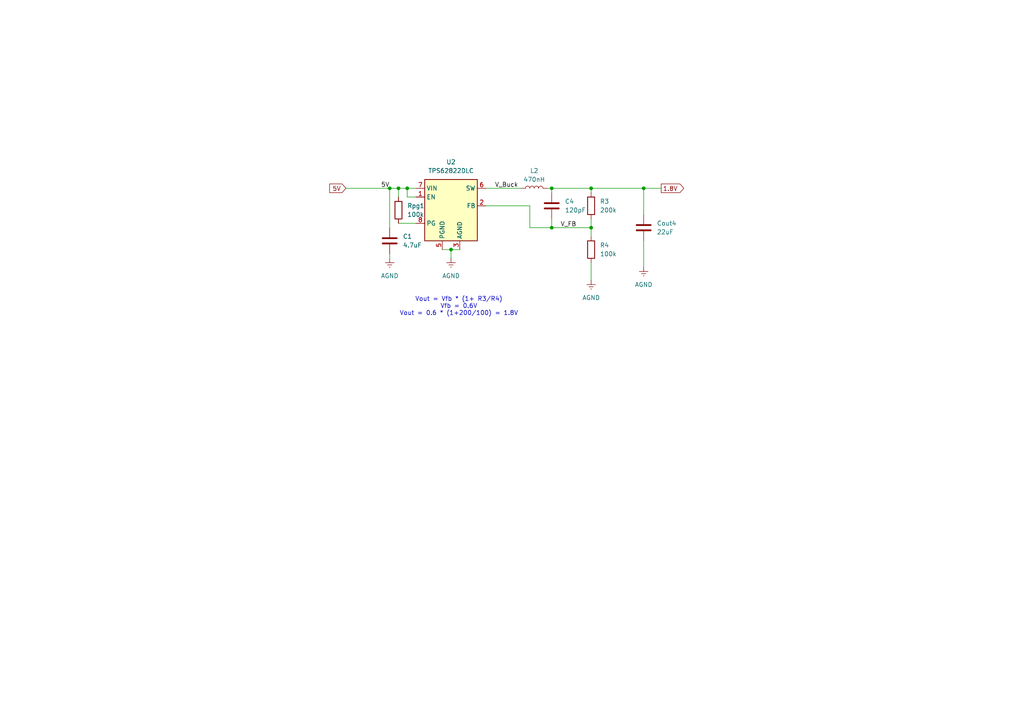
<source format=kicad_sch>
(kicad_sch
	(version 20231120)
	(generator "eeschema")
	(generator_version "8.0")
	(uuid "031ba4da-7723-47ed-b6e0-08502167aed6")
	(paper "A4")
	(title_block
		(company "Michael Meyers")
	)
	(lib_symbols
		(symbol "Device:C"
			(pin_numbers hide)
			(pin_names
				(offset 0.254)
			)
			(exclude_from_sim no)
			(in_bom yes)
			(on_board yes)
			(property "Reference" "C"
				(at 0.635 2.54 0)
				(effects
					(font
						(size 1.27 1.27)
					)
					(justify left)
				)
			)
			(property "Value" "C"
				(at 0.635 -2.54 0)
				(effects
					(font
						(size 1.27 1.27)
					)
					(justify left)
				)
			)
			(property "Footprint" ""
				(at 0.9652 -3.81 0)
				(effects
					(font
						(size 1.27 1.27)
					)
					(hide yes)
				)
			)
			(property "Datasheet" "~"
				(at 0 0 0)
				(effects
					(font
						(size 1.27 1.27)
					)
					(hide yes)
				)
			)
			(property "Description" "Unpolarized capacitor"
				(at 0 0 0)
				(effects
					(font
						(size 1.27 1.27)
					)
					(hide yes)
				)
			)
			(property "ki_keywords" "cap capacitor"
				(at 0 0 0)
				(effects
					(font
						(size 1.27 1.27)
					)
					(hide yes)
				)
			)
			(property "ki_fp_filters" "C_*"
				(at 0 0 0)
				(effects
					(font
						(size 1.27 1.27)
					)
					(hide yes)
				)
			)
			(symbol "C_0_1"
				(polyline
					(pts
						(xy -2.032 -0.762) (xy 2.032 -0.762)
					)
					(stroke
						(width 0.508)
						(type default)
					)
					(fill
						(type none)
					)
				)
				(polyline
					(pts
						(xy -2.032 0.762) (xy 2.032 0.762)
					)
					(stroke
						(width 0.508)
						(type default)
					)
					(fill
						(type none)
					)
				)
			)
			(symbol "C_1_1"
				(pin passive line
					(at 0 3.81 270)
					(length 2.794)
					(name "~"
						(effects
							(font
								(size 1.27 1.27)
							)
						)
					)
					(number "1"
						(effects
							(font
								(size 1.27 1.27)
							)
						)
					)
				)
				(pin passive line
					(at 0 -3.81 90)
					(length 2.794)
					(name "~"
						(effects
							(font
								(size 1.27 1.27)
							)
						)
					)
					(number "2"
						(effects
							(font
								(size 1.27 1.27)
							)
						)
					)
				)
			)
		)
		(symbol "Device:L"
			(pin_numbers hide)
			(pin_names
				(offset 1.016) hide)
			(exclude_from_sim no)
			(in_bom yes)
			(on_board yes)
			(property "Reference" "L"
				(at -1.27 0 90)
				(effects
					(font
						(size 1.27 1.27)
					)
				)
			)
			(property "Value" "L"
				(at 1.905 0 90)
				(effects
					(font
						(size 1.27 1.27)
					)
				)
			)
			(property "Footprint" ""
				(at 0 0 0)
				(effects
					(font
						(size 1.27 1.27)
					)
					(hide yes)
				)
			)
			(property "Datasheet" "~"
				(at 0 0 0)
				(effects
					(font
						(size 1.27 1.27)
					)
					(hide yes)
				)
			)
			(property "Description" "Inductor"
				(at 0 0 0)
				(effects
					(font
						(size 1.27 1.27)
					)
					(hide yes)
				)
			)
			(property "ki_keywords" "inductor choke coil reactor magnetic"
				(at 0 0 0)
				(effects
					(font
						(size 1.27 1.27)
					)
					(hide yes)
				)
			)
			(property "ki_fp_filters" "Choke_* *Coil* Inductor_* L_*"
				(at 0 0 0)
				(effects
					(font
						(size 1.27 1.27)
					)
					(hide yes)
				)
			)
			(symbol "L_0_1"
				(arc
					(start 0 -2.54)
					(mid 0.6323 -1.905)
					(end 0 -1.27)
					(stroke
						(width 0)
						(type default)
					)
					(fill
						(type none)
					)
				)
				(arc
					(start 0 -1.27)
					(mid 0.6323 -0.635)
					(end 0 0)
					(stroke
						(width 0)
						(type default)
					)
					(fill
						(type none)
					)
				)
				(arc
					(start 0 0)
					(mid 0.6323 0.635)
					(end 0 1.27)
					(stroke
						(width 0)
						(type default)
					)
					(fill
						(type none)
					)
				)
				(arc
					(start 0 1.27)
					(mid 0.6323 1.905)
					(end 0 2.54)
					(stroke
						(width 0)
						(type default)
					)
					(fill
						(type none)
					)
				)
			)
			(symbol "L_1_1"
				(pin passive line
					(at 0 3.81 270)
					(length 1.27)
					(name "1"
						(effects
							(font
								(size 1.27 1.27)
							)
						)
					)
					(number "1"
						(effects
							(font
								(size 1.27 1.27)
							)
						)
					)
				)
				(pin passive line
					(at 0 -3.81 90)
					(length 1.27)
					(name "2"
						(effects
							(font
								(size 1.27 1.27)
							)
						)
					)
					(number "2"
						(effects
							(font
								(size 1.27 1.27)
							)
						)
					)
				)
			)
		)
		(symbol "Device:R"
			(pin_numbers hide)
			(pin_names
				(offset 0)
			)
			(exclude_from_sim no)
			(in_bom yes)
			(on_board yes)
			(property "Reference" "R"
				(at 2.032 0 90)
				(effects
					(font
						(size 1.27 1.27)
					)
				)
			)
			(property "Value" "R"
				(at 0 0 90)
				(effects
					(font
						(size 1.27 1.27)
					)
				)
			)
			(property "Footprint" ""
				(at -1.778 0 90)
				(effects
					(font
						(size 1.27 1.27)
					)
					(hide yes)
				)
			)
			(property "Datasheet" "~"
				(at 0 0 0)
				(effects
					(font
						(size 1.27 1.27)
					)
					(hide yes)
				)
			)
			(property "Description" "Resistor"
				(at 0 0 0)
				(effects
					(font
						(size 1.27 1.27)
					)
					(hide yes)
				)
			)
			(property "ki_keywords" "R res resistor"
				(at 0 0 0)
				(effects
					(font
						(size 1.27 1.27)
					)
					(hide yes)
				)
			)
			(property "ki_fp_filters" "R_*"
				(at 0 0 0)
				(effects
					(font
						(size 1.27 1.27)
					)
					(hide yes)
				)
			)
			(symbol "R_0_1"
				(rectangle
					(start -1.016 -2.54)
					(end 1.016 2.54)
					(stroke
						(width 0.254)
						(type default)
					)
					(fill
						(type none)
					)
				)
			)
			(symbol "R_1_1"
				(pin passive line
					(at 0 3.81 270)
					(length 1.27)
					(name "~"
						(effects
							(font
								(size 1.27 1.27)
							)
						)
					)
					(number "1"
						(effects
							(font
								(size 1.27 1.27)
							)
						)
					)
				)
				(pin passive line
					(at 0 -3.81 90)
					(length 1.27)
					(name "~"
						(effects
							(font
								(size 1.27 1.27)
							)
						)
					)
					(number "2"
						(effects
							(font
								(size 1.27 1.27)
							)
						)
					)
				)
			)
		)
		(symbol "Regulator_Switching:TPS62822DLC"
			(exclude_from_sim no)
			(in_bom yes)
			(on_board yes)
			(property "Reference" "U"
				(at -7.62 11.43 0)
				(effects
					(font
						(size 1.27 1.27)
					)
					(justify left)
				)
			)
			(property "Value" "TPS62822DLC"
				(at -1.27 11.43 0)
				(effects
					(font
						(size 1.27 1.27)
					)
					(justify left)
				)
			)
			(property "Footprint" "Package_SON:Texas_VSON-HR-8_1.5x2mm_P0.5mm"
				(at 3.81 -8.89 0)
				(effects
					(font
						(size 1.27 1.27)
					)
					(justify left)
					(hide yes)
				)
			)
			(property "Datasheet" "http://www.ti.com/lit/ds/symlink/tps62823.pdf"
				(at 0 13.97 0)
				(effects
					(font
						(size 1.27 1.27)
					)
					(hide yes)
				)
			)
			(property "Description" "2A Step-Down Converter with DCS-Control, adjustable output, 2.4-5.5V input voltage, QFN-8"
				(at 0 0 0)
				(effects
					(font
						(size 1.27 1.27)
					)
					(hide yes)
				)
			)
			(property "ki_keywords" "step-down dc-dc buck regulator"
				(at 0 0 0)
				(effects
					(font
						(size 1.27 1.27)
					)
					(hide yes)
				)
			)
			(property "ki_fp_filters" "Texas*VSON*HR*1.5x2mm*P0.5mm*"
				(at 0 0 0)
				(effects
					(font
						(size 1.27 1.27)
					)
					(hide yes)
				)
			)
			(symbol "TPS62822DLC_0_1"
				(rectangle
					(start -7.62 10.16)
					(end 7.62 -7.62)
					(stroke
						(width 0.254)
						(type default)
					)
					(fill
						(type background)
					)
				)
			)
			(symbol "TPS62822DLC_1_1"
				(pin input line
					(at -10.16 5.08 0)
					(length 2.54)
					(name "EN"
						(effects
							(font
								(size 1.27 1.27)
							)
						)
					)
					(number "1"
						(effects
							(font
								(size 1.27 1.27)
							)
						)
					)
				)
				(pin input line
					(at 10.16 2.54 180)
					(length 2.54)
					(name "FB"
						(effects
							(font
								(size 1.27 1.27)
							)
						)
					)
					(number "2"
						(effects
							(font
								(size 1.27 1.27)
							)
						)
					)
				)
				(pin power_in line
					(at 2.54 -10.16 90)
					(length 2.54)
					(name "AGND"
						(effects
							(font
								(size 1.27 1.27)
							)
						)
					)
					(number "3"
						(effects
							(font
								(size 1.27 1.27)
							)
						)
					)
				)
				(pin no_connect line
					(at 7.62 5.08 180)
					(length 2.54) hide
					(name "NC"
						(effects
							(font
								(size 1.27 1.27)
							)
						)
					)
					(number "4"
						(effects
							(font
								(size 1.27 1.27)
							)
						)
					)
				)
				(pin power_in line
					(at -2.54 -10.16 90)
					(length 2.54)
					(name "PGND"
						(effects
							(font
								(size 1.27 1.27)
							)
						)
					)
					(number "5"
						(effects
							(font
								(size 1.27 1.27)
							)
						)
					)
				)
				(pin power_out line
					(at 10.16 7.62 180)
					(length 2.54)
					(name "SW"
						(effects
							(font
								(size 1.27 1.27)
							)
						)
					)
					(number "6"
						(effects
							(font
								(size 1.27 1.27)
							)
						)
					)
				)
				(pin power_in line
					(at -10.16 7.62 0)
					(length 2.54)
					(name "VIN"
						(effects
							(font
								(size 1.27 1.27)
							)
						)
					)
					(number "7"
						(effects
							(font
								(size 1.27 1.27)
							)
						)
					)
				)
				(pin open_collector line
					(at -10.16 -2.54 0)
					(length 2.54)
					(name "PG"
						(effects
							(font
								(size 1.27 1.27)
							)
						)
					)
					(number "8"
						(effects
							(font
								(size 1.27 1.27)
							)
						)
					)
				)
			)
		)
		(symbol "power:Earth"
			(power)
			(pin_numbers hide)
			(pin_names
				(offset 0) hide)
			(exclude_from_sim no)
			(in_bom yes)
			(on_board yes)
			(property "Reference" "#PWR"
				(at 0 -6.35 0)
				(effects
					(font
						(size 1.27 1.27)
					)
					(hide yes)
				)
			)
			(property "Value" "Earth"
				(at 0 -3.81 0)
				(effects
					(font
						(size 1.27 1.27)
					)
				)
			)
			(property "Footprint" ""
				(at 0 0 0)
				(effects
					(font
						(size 1.27 1.27)
					)
					(hide yes)
				)
			)
			(property "Datasheet" "~"
				(at 0 0 0)
				(effects
					(font
						(size 1.27 1.27)
					)
					(hide yes)
				)
			)
			(property "Description" "Power symbol creates a global label with name \"Earth\""
				(at 0 0 0)
				(effects
					(font
						(size 1.27 1.27)
					)
					(hide yes)
				)
			)
			(property "ki_keywords" "global ground gnd"
				(at 0 0 0)
				(effects
					(font
						(size 1.27 1.27)
					)
					(hide yes)
				)
			)
			(symbol "Earth_0_1"
				(polyline
					(pts
						(xy -0.635 -1.905) (xy 0.635 -1.905)
					)
					(stroke
						(width 0)
						(type default)
					)
					(fill
						(type none)
					)
				)
				(polyline
					(pts
						(xy -0.127 -2.54) (xy 0.127 -2.54)
					)
					(stroke
						(width 0)
						(type default)
					)
					(fill
						(type none)
					)
				)
				(polyline
					(pts
						(xy 0 -1.27) (xy 0 0)
					)
					(stroke
						(width 0)
						(type default)
					)
					(fill
						(type none)
					)
				)
				(polyline
					(pts
						(xy 1.27 -1.27) (xy -1.27 -1.27)
					)
					(stroke
						(width 0)
						(type default)
					)
					(fill
						(type none)
					)
				)
			)
			(symbol "Earth_1_1"
				(pin power_in line
					(at 0 0 270)
					(length 0)
					(name "~"
						(effects
							(font
								(size 1.27 1.27)
							)
						)
					)
					(number "1"
						(effects
							(font
								(size 1.27 1.27)
							)
						)
					)
				)
			)
		)
	)
	(junction
		(at 113.03 54.61)
		(diameter 0)
		(color 0 0 0 0)
		(uuid "1e097a79-9f9f-4980-bf21-05612bdbab17")
	)
	(junction
		(at 171.45 54.61)
		(diameter 0)
		(color 0 0 0 0)
		(uuid "2eceb2d7-743e-47f5-81f3-2cd3dc08a2e0")
	)
	(junction
		(at 160.02 54.61)
		(diameter 0)
		(color 0 0 0 0)
		(uuid "49093595-f625-409e-9c54-520a81101391")
	)
	(junction
		(at 171.45 66.04)
		(diameter 0)
		(color 0 0 0 0)
		(uuid "51d6a3fa-e92d-403d-bebe-3737b703f587")
	)
	(junction
		(at 130.81 72.39)
		(diameter 0)
		(color 0 0 0 0)
		(uuid "7c3addb9-a9d4-42f6-8822-b0ce7c3634ae")
	)
	(junction
		(at 186.69 54.61)
		(diameter 0)
		(color 0 0 0 0)
		(uuid "90076d7c-ef8d-4304-8d16-90010be7cf46")
	)
	(junction
		(at 118.11 54.61)
		(diameter 0)
		(color 0 0 0 0)
		(uuid "93055298-7f0f-4872-8a5d-a282f20c174c")
	)
	(junction
		(at 160.02 66.04)
		(diameter 0)
		(color 0 0 0 0)
		(uuid "b7198e42-00e4-42e4-b2bd-298c07132b11")
	)
	(junction
		(at 115.57 54.61)
		(diameter 0)
		(color 0 0 0 0)
		(uuid "e96b09e8-0fd7-4a36-948e-e1428fec7302")
	)
	(wire
		(pts
			(xy 186.69 54.61) (xy 191.77 54.61)
		)
		(stroke
			(width 0)
			(type default)
		)
		(uuid "25e8c3ff-4fe2-49d0-a900-de2c0a67be1d")
	)
	(wire
		(pts
			(xy 186.69 62.23) (xy 186.69 54.61)
		)
		(stroke
			(width 0)
			(type default)
		)
		(uuid "2b784568-0c59-494d-9193-28708d242ef4")
	)
	(wire
		(pts
			(xy 186.69 69.85) (xy 186.69 77.47)
		)
		(stroke
			(width 0)
			(type default)
		)
		(uuid "2fa053fb-4fd6-4063-8d78-ce8612220d45")
	)
	(wire
		(pts
			(xy 115.57 64.77) (xy 120.65 64.77)
		)
		(stroke
			(width 0)
			(type default)
		)
		(uuid "30bd4f0f-2e35-485a-88fb-e51c69754db4")
	)
	(wire
		(pts
			(xy 128.27 72.39) (xy 130.81 72.39)
		)
		(stroke
			(width 0)
			(type default)
		)
		(uuid "351ebe8a-2380-4d51-8a49-681ba0815f62")
	)
	(wire
		(pts
			(xy 100.33 54.61) (xy 113.03 54.61)
		)
		(stroke
			(width 0)
			(type default)
		)
		(uuid "37270ff5-ce18-4a07-8653-6338eddab756")
	)
	(wire
		(pts
			(xy 171.45 76.2) (xy 171.45 81.28)
		)
		(stroke
			(width 0)
			(type default)
		)
		(uuid "399f08de-c3a1-4c7b-9bd0-da5e6d2d89d0")
	)
	(wire
		(pts
			(xy 113.03 73.66) (xy 113.03 74.93)
		)
		(stroke
			(width 0)
			(type default)
		)
		(uuid "3d052c1b-d387-4db6-8b8d-64a4a9e42917")
	)
	(wire
		(pts
			(xy 130.81 72.39) (xy 133.35 72.39)
		)
		(stroke
			(width 0)
			(type default)
		)
		(uuid "444b78da-1a74-45be-aa75-3e97af7189f1")
	)
	(wire
		(pts
			(xy 118.11 57.15) (xy 118.11 54.61)
		)
		(stroke
			(width 0)
			(type default)
		)
		(uuid "48e15f6b-6381-45cb-b4c0-39607fa9335d")
	)
	(wire
		(pts
			(xy 115.57 54.61) (xy 115.57 57.15)
		)
		(stroke
			(width 0)
			(type default)
		)
		(uuid "5570b690-76dc-4c49-8db9-a97b8665e494")
	)
	(wire
		(pts
			(xy 140.97 54.61) (xy 151.13 54.61)
		)
		(stroke
			(width 0)
			(type default)
		)
		(uuid "70ea7d23-df71-45e0-8ea3-610492f7c335")
	)
	(wire
		(pts
			(xy 171.45 66.04) (xy 171.45 63.5)
		)
		(stroke
			(width 0)
			(type default)
		)
		(uuid "79b0c750-cbcd-4728-9a3e-0bff9794c115")
	)
	(wire
		(pts
			(xy 153.67 66.04) (xy 160.02 66.04)
		)
		(stroke
			(width 0)
			(type default)
		)
		(uuid "87dc5d87-86de-4c2c-9516-6dac7411c5b6")
	)
	(wire
		(pts
			(xy 160.02 54.61) (xy 160.02 55.88)
		)
		(stroke
			(width 0)
			(type default)
		)
		(uuid "98815b0e-6bf8-45fd-a41b-ab559ca3e516")
	)
	(wire
		(pts
			(xy 160.02 63.5) (xy 160.02 66.04)
		)
		(stroke
			(width 0)
			(type default)
		)
		(uuid "a1f982f2-9cf1-4881-bb9a-aac08cb3315f")
	)
	(wire
		(pts
			(xy 118.11 54.61) (xy 120.65 54.61)
		)
		(stroke
			(width 0)
			(type default)
		)
		(uuid "a5979f33-2934-4192-8eff-bf1795a4be08")
	)
	(wire
		(pts
			(xy 158.75 54.61) (xy 160.02 54.61)
		)
		(stroke
			(width 0)
			(type default)
		)
		(uuid "bf5bc4e9-baef-41e3-9d59-fbace1da9eda")
	)
	(wire
		(pts
			(xy 120.65 57.15) (xy 118.11 57.15)
		)
		(stroke
			(width 0)
			(type default)
		)
		(uuid "bf62f793-2c41-4fff-ac79-1239bad1d77a")
	)
	(wire
		(pts
			(xy 171.45 54.61) (xy 171.45 55.88)
		)
		(stroke
			(width 0)
			(type default)
		)
		(uuid "c1f20960-bf76-41ff-be93-b8380701a89a")
	)
	(wire
		(pts
			(xy 153.67 59.69) (xy 153.67 66.04)
		)
		(stroke
			(width 0)
			(type default)
		)
		(uuid "c93ca8d9-60cb-41ef-a832-5f279a870b18")
	)
	(wire
		(pts
			(xy 171.45 66.04) (xy 171.45 68.58)
		)
		(stroke
			(width 0)
			(type default)
		)
		(uuid "ce90adf1-db55-47ec-886d-ac8320a0d377")
	)
	(wire
		(pts
			(xy 171.45 54.61) (xy 186.69 54.61)
		)
		(stroke
			(width 0)
			(type default)
		)
		(uuid "d56791d8-75c1-413d-b0b6-89797f14735b")
	)
	(wire
		(pts
			(xy 140.97 59.69) (xy 153.67 59.69)
		)
		(stroke
			(width 0)
			(type default)
		)
		(uuid "e401b447-e82d-4796-8bdf-f4d13e28f79b")
	)
	(wire
		(pts
			(xy 160.02 66.04) (xy 171.45 66.04)
		)
		(stroke
			(width 0)
			(type default)
		)
		(uuid "e4290ea5-461f-4c9d-9e8e-dcf58ed4df3e")
	)
	(wire
		(pts
			(xy 113.03 54.61) (xy 113.03 66.04)
		)
		(stroke
			(width 0)
			(type default)
		)
		(uuid "e9ce11fd-f177-4afc-9b8f-9462106061b8")
	)
	(wire
		(pts
			(xy 160.02 54.61) (xy 171.45 54.61)
		)
		(stroke
			(width 0)
			(type default)
		)
		(uuid "eabf036b-ca9c-484d-b384-9b2e65529b25")
	)
	(wire
		(pts
			(xy 130.81 72.39) (xy 130.81 74.93)
		)
		(stroke
			(width 0)
			(type default)
		)
		(uuid "f104ecd2-512a-41aa-b6e5-509ebc935e77")
	)
	(wire
		(pts
			(xy 115.57 54.61) (xy 118.11 54.61)
		)
		(stroke
			(width 0)
			(type default)
		)
		(uuid "f56688e0-16d5-4622-a88c-f62cfe81425f")
	)
	(wire
		(pts
			(xy 115.57 54.61) (xy 113.03 54.61)
		)
		(stroke
			(width 0)
			(type default)
		)
		(uuid "f6a483d6-7530-429c-aafb-85fcd7b415d0")
	)
	(text "Vout = Vfb * (1+ R3/R4)\nVfb = 0.6V\nVout = 0.6 * (1+200/100) = 1.8V"
		(exclude_from_sim yes)
		(at 133.096 88.9 0)
		(effects
			(font
				(size 1.27 1.27)
			)
		)
		(uuid "5a27bd62-e74a-4dfd-b96b-6b8498df0a29")
	)
	(label "V_FB"
		(at 162.56 66.04 0)
		(fields_autoplaced yes)
		(effects
			(font
				(size 1.27 1.27)
			)
			(justify left bottom)
		)
		(uuid "249b367f-d57d-4f38-9469-ba50daa3534a")
	)
	(label "V_Buck"
		(at 143.51 54.61 0)
		(fields_autoplaced yes)
		(effects
			(font
				(size 1.27 1.27)
			)
			(justify left bottom)
		)
		(uuid "86ff554e-c1a2-42cf-8a6c-d1824002b9a0")
	)
	(label "5V"
		(at 110.49 54.61 0)
		(fields_autoplaced yes)
		(effects
			(font
				(size 1.27 1.27)
			)
			(justify left bottom)
		)
		(uuid "be04bbf6-0f3f-4d87-b840-4146e57b959f")
	)
	(global_label "5V"
		(shape input)
		(at 100.33 54.61 180)
		(fields_autoplaced yes)
		(effects
			(font
				(size 1.27 1.27)
			)
			(justify right)
		)
		(uuid "750d10d6-c55b-4065-8693-bd6417066286")
		(property "Intersheetrefs" "${INTERSHEET_REFS}"
			(at 95.0467 54.61 0)
			(effects
				(font
					(size 1.27 1.27)
				)
				(justify right)
				(hide yes)
			)
		)
	)
	(global_label "1.8V"
		(shape output)
		(at 191.77 54.61 0)
		(fields_autoplaced yes)
		(effects
			(font
				(size 1.27 1.27)
			)
			(justify left)
		)
		(uuid "f0ba609b-fd57-4bd6-8a76-82d7c4a9027e")
		(property "Intersheetrefs" "${INTERSHEET_REFS}"
			(at 198.8676 54.61 0)
			(effects
				(font
					(size 1.27 1.27)
				)
				(justify left)
				(hide yes)
			)
		)
	)
	(symbol
		(lib_id "power:Earth")
		(at 130.81 74.93 0)
		(unit 1)
		(exclude_from_sim no)
		(in_bom yes)
		(on_board yes)
		(dnp no)
		(fields_autoplaced yes)
		(uuid "15c85335-a6d3-4201-b51e-8d94b06aa909")
		(property "Reference" "#PWR02"
			(at 130.81 81.28 0)
			(effects
				(font
					(size 1.27 1.27)
				)
				(hide yes)
			)
		)
		(property "Value" "AGND"
			(at 130.81 80.01 0)
			(effects
				(font
					(size 1.27 1.27)
				)
			)
		)
		(property "Footprint" ""
			(at 130.81 74.93 0)
			(effects
				(font
					(size 1.27 1.27)
				)
				(hide yes)
			)
		)
		(property "Datasheet" "~"
			(at 130.81 74.93 0)
			(effects
				(font
					(size 1.27 1.27)
				)
				(hide yes)
			)
		)
		(property "Description" "Power symbol creates a global label with name \"Earth\""
			(at 130.81 74.93 0)
			(effects
				(font
					(size 1.27 1.27)
				)
				(hide yes)
			)
		)
		(pin "1"
			(uuid "ca287d55-3139-4440-936c-e3726a01f901")
		)
		(instances
			(project "Power_Supplies"
				(path "/5266cf9e-da90-4c53-80fd-cf3dbed42632/9c32f96f-6431-432f-ba4b-d32b848998a9"
					(reference "#PWR02")
					(unit 1)
				)
			)
		)
	)
	(symbol
		(lib_id "power:Earth")
		(at 171.45 81.28 0)
		(unit 1)
		(exclude_from_sim no)
		(in_bom yes)
		(on_board yes)
		(dnp no)
		(fields_autoplaced yes)
		(uuid "2b552bda-5bbf-49cd-905d-9bc267b96293")
		(property "Reference" "#PWR06"
			(at 171.45 87.63 0)
			(effects
				(font
					(size 1.27 1.27)
				)
				(hide yes)
			)
		)
		(property "Value" "AGND"
			(at 171.45 86.36 0)
			(effects
				(font
					(size 1.27 1.27)
				)
			)
		)
		(property "Footprint" ""
			(at 171.45 81.28 0)
			(effects
				(font
					(size 1.27 1.27)
				)
				(hide yes)
			)
		)
		(property "Datasheet" "~"
			(at 171.45 81.28 0)
			(effects
				(font
					(size 1.27 1.27)
				)
				(hide yes)
			)
		)
		(property "Description" "Power symbol creates a global label with name \"Earth\""
			(at 171.45 81.28 0)
			(effects
				(font
					(size 1.27 1.27)
				)
				(hide yes)
			)
		)
		(pin "1"
			(uuid "accafa72-51ef-4b64-9bd7-38f6f4d054c3")
		)
		(instances
			(project "Power_Supplies"
				(path "/5266cf9e-da90-4c53-80fd-cf3dbed42632/9c32f96f-6431-432f-ba4b-d32b848998a9"
					(reference "#PWR06")
					(unit 1)
				)
			)
		)
	)
	(symbol
		(lib_id "Device:L")
		(at 154.94 54.61 90)
		(unit 1)
		(exclude_from_sim no)
		(in_bom yes)
		(on_board yes)
		(dnp no)
		(fields_autoplaced yes)
		(uuid "31707a63-a215-455b-81aa-57c9c6f7cc42")
		(property "Reference" "L2"
			(at 154.94 49.53 90)
			(effects
				(font
					(size 1.27 1.27)
				)
			)
		)
		(property "Value" "470nH"
			(at 154.94 52.07 90)
			(effects
				(font
					(size 1.27 1.27)
				)
			)
		)
		(property "Footprint" "Inductor_SMD:L_0805_2012Metric"
			(at 154.94 54.61 0)
			(effects
				(font
					(size 1.27 1.27)
				)
				(hide yes)
			)
		)
		(property "Datasheet" "~"
			(at 154.94 54.61 0)
			(effects
				(font
					(size 1.27 1.27)
				)
				(hide yes)
			)
		)
		(property "Description" "Inductor"
			(at 154.94 54.61 0)
			(effects
				(font
					(size 1.27 1.27)
				)
				(hide yes)
			)
		)
		(pin "2"
			(uuid "365db8d1-0684-4e60-b01e-e2c78498102d")
		)
		(pin "1"
			(uuid "9d98a5ae-fd8d-45dc-8033-3d78c3297796")
		)
		(instances
			(project "Power_Supplies"
				(path "/5266cf9e-da90-4c53-80fd-cf3dbed42632/9c32f96f-6431-432f-ba4b-d32b848998a9"
					(reference "L2")
					(unit 1)
				)
			)
		)
	)
	(symbol
		(lib_id "Device:C")
		(at 186.69 66.04 0)
		(unit 1)
		(exclude_from_sim no)
		(in_bom yes)
		(on_board yes)
		(dnp no)
		(fields_autoplaced yes)
		(uuid "43402e5a-e48d-4f91-ae42-a5371001f58b")
		(property "Reference" "Cout4"
			(at 190.5 64.7699 0)
			(effects
				(font
					(size 1.27 1.27)
				)
				(justify left)
			)
		)
		(property "Value" "22uF"
			(at 190.5 67.3099 0)
			(effects
				(font
					(size 1.27 1.27)
				)
				(justify left)
			)
		)
		(property "Footprint" "Capacitor_SMD:C_0805_2012Metric"
			(at 187.6552 69.85 0)
			(effects
				(font
					(size 1.27 1.27)
				)
				(hide yes)
			)
		)
		(property "Datasheet" "~"
			(at 186.69 66.04 0)
			(effects
				(font
					(size 1.27 1.27)
				)
				(hide yes)
			)
		)
		(property "Description" "Unpolarized capacitor"
			(at 186.69 66.04 0)
			(effects
				(font
					(size 1.27 1.27)
				)
				(hide yes)
			)
		)
		(pin "1"
			(uuid "398f570b-ca66-4671-84f7-4f7f40451416")
		)
		(pin "2"
			(uuid "9dface96-5551-4c37-9c53-444502b32c93")
		)
		(instances
			(project "Power_Supplies"
				(path "/5266cf9e-da90-4c53-80fd-cf3dbed42632/9c32f96f-6431-432f-ba4b-d32b848998a9"
					(reference "Cout4")
					(unit 1)
				)
			)
		)
	)
	(symbol
		(lib_id "Device:C")
		(at 160.02 59.69 0)
		(unit 1)
		(exclude_from_sim no)
		(in_bom yes)
		(on_board yes)
		(dnp no)
		(fields_autoplaced yes)
		(uuid "43c9883d-b72b-4cc4-b176-0b072899785f")
		(property "Reference" "C4"
			(at 163.83 58.4199 0)
			(effects
				(font
					(size 1.27 1.27)
				)
				(justify left)
			)
		)
		(property "Value" "120pF"
			(at 163.83 60.9599 0)
			(effects
				(font
					(size 1.27 1.27)
				)
				(justify left)
			)
		)
		(property "Footprint" "Capacitor_SMD:C_0402_1005Metric"
			(at 160.9852 63.5 0)
			(effects
				(font
					(size 1.27 1.27)
				)
				(hide yes)
			)
		)
		(property "Datasheet" "~"
			(at 160.02 59.69 0)
			(effects
				(font
					(size 1.27 1.27)
				)
				(hide yes)
			)
		)
		(property "Description" "Unpolarized capacitor"
			(at 160.02 59.69 0)
			(effects
				(font
					(size 1.27 1.27)
				)
				(hide yes)
			)
		)
		(pin "1"
			(uuid "032455d7-e3e1-4f78-bd03-96c7e6144de1")
		)
		(pin "2"
			(uuid "79f670cb-8c51-44a0-b8d0-c150225f5c8a")
		)
		(instances
			(project "Power_Supplies"
				(path "/5266cf9e-da90-4c53-80fd-cf3dbed42632/9c32f96f-6431-432f-ba4b-d32b848998a9"
					(reference "C4")
					(unit 1)
				)
			)
		)
	)
	(symbol
		(lib_id "Device:R")
		(at 171.45 72.39 0)
		(unit 1)
		(exclude_from_sim no)
		(in_bom yes)
		(on_board yes)
		(dnp no)
		(fields_autoplaced yes)
		(uuid "4d467f60-1e52-4d51-bc73-e0e1054a503e")
		(property "Reference" "R4"
			(at 173.99 71.1199 0)
			(effects
				(font
					(size 1.27 1.27)
				)
				(justify left)
			)
		)
		(property "Value" "100k"
			(at 173.99 73.6599 0)
			(effects
				(font
					(size 1.27 1.27)
				)
				(justify left)
			)
		)
		(property "Footprint" "Resistor_SMD:R_0805_2012Metric"
			(at 169.672 72.39 90)
			(effects
				(font
					(size 1.27 1.27)
				)
				(hide yes)
			)
		)
		(property "Datasheet" "~"
			(at 171.45 72.39 0)
			(effects
				(font
					(size 1.27 1.27)
				)
				(hide yes)
			)
		)
		(property "Description" "Resistor"
			(at 171.45 72.39 0)
			(effects
				(font
					(size 1.27 1.27)
				)
				(hide yes)
			)
		)
		(pin "2"
			(uuid "5ecbf162-9bec-4c4f-bd14-8aa0aa246da5")
		)
		(pin "1"
			(uuid "3a88caff-2c36-49b1-b67a-75a5f6ae37fe")
		)
		(instances
			(project "Power_Supplies"
				(path "/5266cf9e-da90-4c53-80fd-cf3dbed42632/9c32f96f-6431-432f-ba4b-d32b848998a9"
					(reference "R4")
					(unit 1)
				)
			)
		)
	)
	(symbol
		(lib_id "Regulator_Switching:TPS62822DLC")
		(at 130.81 62.23 0)
		(unit 1)
		(exclude_from_sim no)
		(in_bom yes)
		(on_board yes)
		(dnp no)
		(fields_autoplaced yes)
		(uuid "65c5f39a-498d-4a99-bd93-20b288518cd2")
		(property "Reference" "U2"
			(at 130.81 46.99 0)
			(effects
				(font
					(size 1.27 1.27)
				)
			)
		)
		(property "Value" "TPS62822DLC"
			(at 130.81 49.53 0)
			(effects
				(font
					(size 1.27 1.27)
				)
			)
		)
		(property "Footprint" "Package_SON:Texas_VSON-HR-8_1.5x2mm_P0.5mm"
			(at 134.62 71.12 0)
			(effects
				(font
					(size 1.27 1.27)
				)
				(justify left)
				(hide yes)
			)
		)
		(property "Datasheet" "http://www.ti.com/lit/ds/symlink/tps62823.pdf"
			(at 130.81 48.26 0)
			(effects
				(font
					(size 1.27 1.27)
				)
				(hide yes)
			)
		)
		(property "Description" "2A Step-Down Converter with DCS-Control, adjustable output, 2.4-5.5V input voltage, QFN-8"
			(at 130.81 62.23 0)
			(effects
				(font
					(size 1.27 1.27)
				)
				(hide yes)
			)
		)
		(pin "8"
			(uuid "b28afa40-3688-466b-88c3-33c107d71ca4")
		)
		(pin "4"
			(uuid "94a78265-9db4-497e-8b5a-94d0ddd7845b")
		)
		(pin "6"
			(uuid "1d476382-853c-4524-820f-e68db33eea0b")
		)
		(pin "3"
			(uuid "efa7425a-bae8-459d-8842-41a854f7cf52")
		)
		(pin "1"
			(uuid "4607760a-8819-4523-a0fa-0a5bf5401a4d")
		)
		(pin "2"
			(uuid "f3b18d55-8667-48ef-95b7-6ef919d6d50b")
		)
		(pin "7"
			(uuid "b82d4b9f-93fe-4999-aba4-dde69b5147dd")
		)
		(pin "5"
			(uuid "fc6bfb76-a182-4054-9f62-e4e2563a72aa")
		)
		(instances
			(project "Power_Supplies"
				(path "/5266cf9e-da90-4c53-80fd-cf3dbed42632/9c32f96f-6431-432f-ba4b-d32b848998a9"
					(reference "U2")
					(unit 1)
				)
			)
		)
	)
	(symbol
		(lib_id "power:Earth")
		(at 113.03 74.93 0)
		(unit 1)
		(exclude_from_sim no)
		(in_bom yes)
		(on_board yes)
		(dnp no)
		(fields_autoplaced yes)
		(uuid "9149328b-194c-4753-ac15-3e57e3814f29")
		(property "Reference" "#PWR01"
			(at 113.03 81.28 0)
			(effects
				(font
					(size 1.27 1.27)
				)
				(hide yes)
			)
		)
		(property "Value" "AGND"
			(at 113.03 80.01 0)
			(effects
				(font
					(size 1.27 1.27)
				)
			)
		)
		(property "Footprint" ""
			(at 113.03 74.93 0)
			(effects
				(font
					(size 1.27 1.27)
				)
				(hide yes)
			)
		)
		(property "Datasheet" "~"
			(at 113.03 74.93 0)
			(effects
				(font
					(size 1.27 1.27)
				)
				(hide yes)
			)
		)
		(property "Description" "Power symbol creates a global label with name \"Earth\""
			(at 113.03 74.93 0)
			(effects
				(font
					(size 1.27 1.27)
				)
				(hide yes)
			)
		)
		(pin "1"
			(uuid "1bda95a4-d2f8-4946-b3b8-119b799dc951")
		)
		(instances
			(project "Power_Supplies"
				(path "/5266cf9e-da90-4c53-80fd-cf3dbed42632/9c32f96f-6431-432f-ba4b-d32b848998a9"
					(reference "#PWR01")
					(unit 1)
				)
			)
		)
	)
	(symbol
		(lib_id "power:Earth")
		(at 186.69 77.47 0)
		(unit 1)
		(exclude_from_sim no)
		(in_bom yes)
		(on_board yes)
		(dnp no)
		(fields_autoplaced yes)
		(uuid "ab629210-4386-435c-8a2e-1001b08c7597")
		(property "Reference" "#PWR07"
			(at 186.69 83.82 0)
			(effects
				(font
					(size 1.27 1.27)
				)
				(hide yes)
			)
		)
		(property "Value" "AGND"
			(at 186.69 82.55 0)
			(effects
				(font
					(size 1.27 1.27)
				)
			)
		)
		(property "Footprint" ""
			(at 186.69 77.47 0)
			(effects
				(font
					(size 1.27 1.27)
				)
				(hide yes)
			)
		)
		(property "Datasheet" "~"
			(at 186.69 77.47 0)
			(effects
				(font
					(size 1.27 1.27)
				)
				(hide yes)
			)
		)
		(property "Description" "Power symbol creates a global label with name \"Earth\""
			(at 186.69 77.47 0)
			(effects
				(font
					(size 1.27 1.27)
				)
				(hide yes)
			)
		)
		(pin "1"
			(uuid "8e1a7acd-5fc7-403c-b6a9-c8a1c92365c8")
		)
		(instances
			(project "Power_Supplies"
				(path "/5266cf9e-da90-4c53-80fd-cf3dbed42632/9c32f96f-6431-432f-ba4b-d32b848998a9"
					(reference "#PWR07")
					(unit 1)
				)
			)
		)
	)
	(symbol
		(lib_id "Device:R")
		(at 115.57 60.96 0)
		(unit 1)
		(exclude_from_sim no)
		(in_bom yes)
		(on_board yes)
		(dnp no)
		(fields_autoplaced yes)
		(uuid "d28e7411-3868-48d7-948c-200c5b8deca6")
		(property "Reference" "Rpg1"
			(at 118.11 59.6899 0)
			(effects
				(font
					(size 1.27 1.27)
				)
				(justify left)
			)
		)
		(property "Value" "100k"
			(at 118.11 62.2299 0)
			(effects
				(font
					(size 1.27 1.27)
				)
				(justify left)
			)
		)
		(property "Footprint" "Resistor_SMD:R_0805_2012Metric"
			(at 113.792 60.96 90)
			(effects
				(font
					(size 1.27 1.27)
				)
				(hide yes)
			)
		)
		(property "Datasheet" "~"
			(at 115.57 60.96 0)
			(effects
				(font
					(size 1.27 1.27)
				)
				(hide yes)
			)
		)
		(property "Description" "Resistor"
			(at 115.57 60.96 0)
			(effects
				(font
					(size 1.27 1.27)
				)
				(hide yes)
			)
		)
		(pin "2"
			(uuid "f004dc26-0f85-4d37-8faa-edd1607a60cd")
		)
		(pin "1"
			(uuid "de7d9512-9ef8-4ea5-bca3-1ab01dc3aab2")
		)
		(instances
			(project "Power_Supplies"
				(path "/5266cf9e-da90-4c53-80fd-cf3dbed42632/9c32f96f-6431-432f-ba4b-d32b848998a9"
					(reference "Rpg1")
					(unit 1)
				)
			)
		)
	)
	(symbol
		(lib_id "Device:C")
		(at 113.03 69.85 0)
		(unit 1)
		(exclude_from_sim no)
		(in_bom yes)
		(on_board yes)
		(dnp no)
		(fields_autoplaced yes)
		(uuid "ecc3be1d-1a52-4e64-b176-7583e667ff86")
		(property "Reference" "C1"
			(at 116.84 68.5799 0)
			(effects
				(font
					(size 1.27 1.27)
				)
				(justify left)
			)
		)
		(property "Value" "4.7uF"
			(at 116.84 71.1199 0)
			(effects
				(font
					(size 1.27 1.27)
				)
				(justify left)
			)
		)
		(property "Footprint" "Capacitor_SMD:C_0805_2012Metric"
			(at 113.9952 73.66 0)
			(effects
				(font
					(size 1.27 1.27)
				)
				(hide yes)
			)
		)
		(property "Datasheet" "~"
			(at 113.03 69.85 0)
			(effects
				(font
					(size 1.27 1.27)
				)
				(hide yes)
			)
		)
		(property "Description" "Unpolarized capacitor"
			(at 113.03 69.85 0)
			(effects
				(font
					(size 1.27 1.27)
				)
				(hide yes)
			)
		)
		(pin "1"
			(uuid "cb91cdf1-7cdd-4ece-882e-eda34c9cd040")
		)
		(pin "2"
			(uuid "5f4dca03-0551-4ae2-bee5-50267fe31198")
		)
		(instances
			(project "Power_Supplies"
				(path "/5266cf9e-da90-4c53-80fd-cf3dbed42632/9c32f96f-6431-432f-ba4b-d32b848998a9"
					(reference "C1")
					(unit 1)
				)
			)
		)
	)
	(symbol
		(lib_id "Device:R")
		(at 171.45 59.69 0)
		(unit 1)
		(exclude_from_sim no)
		(in_bom yes)
		(on_board yes)
		(dnp no)
		(fields_autoplaced yes)
		(uuid "ed71c9a6-f4c4-448e-b056-a3704a173137")
		(property "Reference" "R3"
			(at 173.99 58.4199 0)
			(effects
				(font
					(size 1.27 1.27)
				)
				(justify left)
			)
		)
		(property "Value" "200k"
			(at 173.99 60.9599 0)
			(effects
				(font
					(size 1.27 1.27)
				)
				(justify left)
			)
		)
		(property "Footprint" "Resistor_SMD:R_0805_2012Metric"
			(at 169.672 59.69 90)
			(effects
				(font
					(size 1.27 1.27)
				)
				(hide yes)
			)
		)
		(property "Datasheet" "~"
			(at 171.45 59.69 0)
			(effects
				(font
					(size 1.27 1.27)
				)
				(hide yes)
			)
		)
		(property "Description" "Resistor"
			(at 171.45 59.69 0)
			(effects
				(font
					(size 1.27 1.27)
				)
				(hide yes)
			)
		)
		(pin "2"
			(uuid "6d6bc082-d228-4253-aa2b-18605ea7dfa7")
		)
		(pin "1"
			(uuid "d80a872a-07bd-439a-b5a3-9c8b698006aa")
		)
		(instances
			(project "Power_Supplies"
				(path "/5266cf9e-da90-4c53-80fd-cf3dbed42632/9c32f96f-6431-432f-ba4b-d32b848998a9"
					(reference "R3")
					(unit 1)
				)
			)
		)
	)
)

</source>
